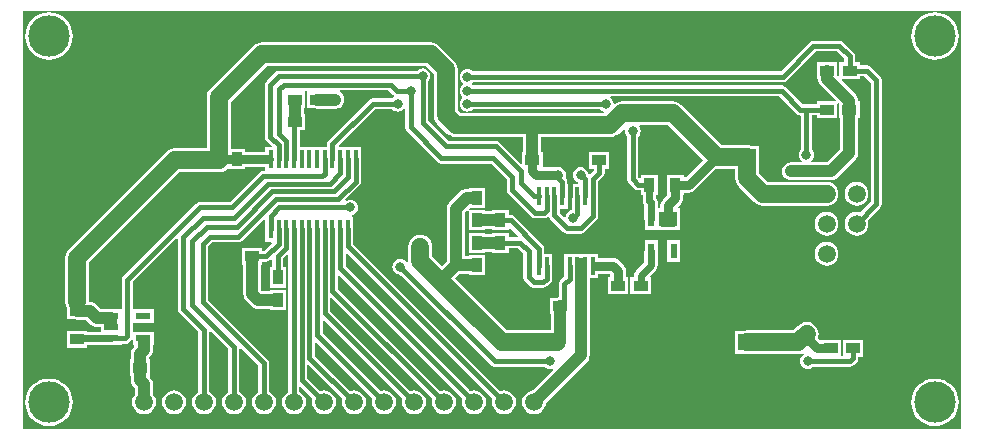
<source format=gtl>
G04 Layer_Physical_Order=1*
G04 Layer_Color=255*
%FSLAX25Y25*%
%MOIN*%
G70*
G01*
G75*
%ADD10R,0.05906X0.05512*%
%ADD11R,0.04724X0.03543*%
%ADD12R,0.03543X0.04724*%
%ADD13R,0.02362X0.05118*%
%ADD14R,0.01772X0.06299*%
%ADD15R,0.05118X0.02362*%
%ADD16C,0.03937*%
%ADD17C,0.05906*%
%ADD18C,0.03150*%
%ADD19C,0.01575*%
%ADD20C,0.02362*%
%ADD21R,0.05118X0.04724*%
%ADD22R,0.03937X0.05906*%
%ADD23R,0.03445X0.05413*%
%ADD24R,0.07382X0.08366*%
%ADD25C,0.13780*%
%ADD26R,0.05906X0.05906*%
%ADD27C,0.05906*%
%ADD28R,0.05906X0.05906*%
%ADD29C,0.03150*%
G36*
X313740Y1220D02*
X1220D01*
Y140512D01*
X313740D01*
Y1220D01*
D02*
G37*
%LPC*%
G36*
X220094Y63992D02*
X215732D01*
Y56874D01*
X220094D01*
Y63992D01*
D02*
G37*
G36*
X268917Y63475D02*
X267885Y63339D01*
X266924Y62941D01*
X266098Y62307D01*
X265465Y61482D01*
X265066Y60520D01*
X264931Y59488D01*
X265066Y58456D01*
X265465Y57495D01*
X266098Y56669D01*
X266924Y56036D01*
X267885Y55637D01*
X268917Y55501D01*
X269949Y55637D01*
X270911Y56036D01*
X271737Y56669D01*
X272370Y57495D01*
X272768Y58456D01*
X272904Y59488D01*
X272768Y60520D01*
X272370Y61482D01*
X271737Y62307D01*
X270911Y62941D01*
X269949Y63339D01*
X268917Y63475D01*
D02*
G37*
G36*
Y73475D02*
X267885Y73339D01*
X266924Y72941D01*
X266098Y72307D01*
X265465Y71482D01*
X265066Y70520D01*
X264931Y69488D01*
X265066Y68456D01*
X265465Y67495D01*
X266098Y66669D01*
X266924Y66035D01*
X267885Y65637D01*
X268917Y65501D01*
X269949Y65637D01*
X270911Y66035D01*
X271737Y66669D01*
X272370Y67495D01*
X272768Y68456D01*
X272904Y69488D01*
X272768Y70520D01*
X272370Y71482D01*
X271737Y72307D01*
X270911Y72941D01*
X269949Y73339D01*
X268917Y73475D01*
D02*
G37*
G36*
X155134Y81496D02*
X149591D01*
Y81128D01*
X149000D01*
X148225Y81026D01*
X147802Y80851D01*
X147503Y80727D01*
X146883Y80251D01*
X143158Y76527D01*
X142683Y75906D01*
X142384Y75184D01*
X142281Y74410D01*
Y56965D01*
X140753Y55436D01*
X137451Y58738D01*
Y61811D01*
X137316Y62843D01*
X136917Y63804D01*
X136284Y64630D01*
X135458Y65264D01*
X134496Y65662D01*
X133465Y65798D01*
X132433Y65662D01*
X131471Y65264D01*
X130645Y64630D01*
X130012Y63804D01*
X129614Y62843D01*
X129478Y61811D01*
Y57087D01*
X129478Y57087D01*
X129568Y56402D01*
X129081Y56272D01*
X129021Y56417D01*
X128608Y56954D01*
X128070Y57367D01*
X127444Y57627D01*
X126772Y57715D01*
X126100Y57627D01*
X125473Y57367D01*
X124935Y56954D01*
X124523Y56417D01*
X124263Y55790D01*
X124175Y55118D01*
X124263Y54446D01*
X124523Y53820D01*
X124935Y53282D01*
X125473Y52869D01*
X126100Y52610D01*
X126772Y52521D01*
X126789Y52523D01*
X156979Y22333D01*
X156979Y22333D01*
X157570Y21938D01*
X158268Y21800D01*
X158268Y21800D01*
X174925D01*
X174935Y21786D01*
X175473Y21373D01*
X176100Y21113D01*
X176772Y21025D01*
X177444Y21113D01*
X177706Y21222D01*
X177989Y20798D01*
X171109Y13918D01*
X170362Y13819D01*
X169400Y13421D01*
X168575Y12788D01*
X167941Y11962D01*
X167543Y11000D01*
X167407Y9968D01*
X167543Y8937D01*
X167941Y7975D01*
X168575Y7149D01*
X169400Y6516D01*
X170362Y6117D01*
X171394Y5982D01*
X172426Y6117D01*
X173387Y6516D01*
X174213Y7149D01*
X174846Y7975D01*
X175245Y8937D01*
X175343Y9684D01*
X189125Y23465D01*
X189601Y24086D01*
X189725Y24385D01*
X189900Y24808D01*
X190002Y25583D01*
Y51264D01*
X192831D01*
Y52816D01*
X196660D01*
X196828Y52649D01*
Y51591D01*
X196063D01*
Y46047D01*
X202787D01*
Y51591D01*
X202022D01*
Y53724D01*
X201934Y54397D01*
X201674Y55023D01*
X201262Y55561D01*
X199573Y57250D01*
X199035Y57662D01*
X198408Y57922D01*
X197736Y58010D01*
X192831D01*
Y59563D01*
X181382D01*
Y51774D01*
X180207Y50600D01*
X179812Y50008D01*
X179674Y49311D01*
X179674Y49311D01*
Y45059D01*
X179359Y45018D01*
X179068Y44898D01*
X176772D01*
Y39354D01*
X177140D01*
Y33908D01*
X162281D01*
X144987Y51202D01*
X146516Y52730D01*
X149591D01*
Y52362D01*
X155134D01*
Y59087D01*
X149591D01*
Y58719D01*
X148270D01*
Y73169D01*
X149091Y73990D01*
X149591Y73783D01*
X149591Y73612D01*
Y67291D01*
X155134D01*
Y67691D01*
X157465D01*
Y67323D01*
X163008D01*
Y68014D01*
X163470Y68205D01*
X166185Y65489D01*
X165994Y65027D01*
X163008D01*
Y66535D01*
X157465D01*
Y66167D01*
X155134D01*
Y66567D01*
X149591D01*
Y59843D01*
X155134D01*
Y60179D01*
X157465D01*
Y59811D01*
X163008D01*
Y61382D01*
X165962D01*
X167863Y59481D01*
Y51575D01*
X167863Y51575D01*
X168001Y50877D01*
X168396Y50286D01*
X169971Y48711D01*
X169971Y48711D01*
X170562Y48316D01*
X171260Y48178D01*
X171260Y48178D01*
X174409D01*
X174409Y48178D01*
X175107Y48316D01*
X175698Y48711D01*
X176879Y49893D01*
X176879Y49893D01*
X177274Y50484D01*
X177413Y51181D01*
Y51264D01*
X177476D01*
Y59563D01*
X174854D01*
Y61220D01*
X174854Y61220D01*
X174715Y61918D01*
X174320Y62509D01*
X174320Y62509D01*
X164887Y71942D01*
X164296Y72337D01*
X163599Y72476D01*
X163599Y72476D01*
X163008D01*
Y74047D01*
X157465D01*
Y73679D01*
X155134D01*
Y74016D01*
X150033D01*
X149990Y74068D01*
X149810Y74510D01*
X150013Y74772D01*
X155134D01*
Y81496D01*
D02*
G37*
G36*
X212614Y63992D02*
X208252D01*
Y60648D01*
X208209Y60433D01*
Y56630D01*
X205333Y53754D01*
X204851Y53032D01*
X204682Y52181D01*
X204682Y52181D01*
Y51591D01*
X203543D01*
Y46047D01*
X210268D01*
Y51591D01*
X210113D01*
X209922Y52052D01*
X212005Y54136D01*
X212005Y54136D01*
X212488Y54858D01*
X212657Y55709D01*
X212657Y55709D01*
Y60433D01*
X212614Y60648D01*
Y63992D01*
D02*
G37*
G36*
X305016Y17897D02*
X303469Y17744D01*
X301982Y17293D01*
X300611Y16560D01*
X299410Y15574D01*
X298424Y14373D01*
X297691Y13002D01*
X297240Y11515D01*
X297088Y9968D01*
X297240Y8422D01*
X297691Y6935D01*
X298424Y5564D01*
X299410Y4363D01*
X300611Y3377D01*
X301982Y2644D01*
X303469Y2193D01*
X305016Y2041D01*
X306562Y2193D01*
X308050Y2644D01*
X309420Y3377D01*
X310622Y4363D01*
X311608Y5564D01*
X312340Y6935D01*
X312791Y8422D01*
X312944Y9968D01*
X312791Y11515D01*
X312340Y13002D01*
X311608Y14373D01*
X310622Y15574D01*
X309420Y16560D01*
X308050Y17293D01*
X306562Y17744D01*
X305016Y17897D01*
D02*
G37*
G36*
X9740D02*
X8194Y17744D01*
X6706Y17293D01*
X5336Y16560D01*
X4134Y15574D01*
X3148Y14373D01*
X2416Y13002D01*
X1964Y11515D01*
X1812Y9968D01*
X1964Y8422D01*
X2416Y6935D01*
X3148Y5564D01*
X4134Y4363D01*
X5336Y3377D01*
X6706Y2644D01*
X8194Y2193D01*
X9740Y2041D01*
X11287Y2193D01*
X12774Y2644D01*
X14145Y3377D01*
X15346Y4363D01*
X16332Y5564D01*
X17065Y6935D01*
X17516Y8422D01*
X17668Y9968D01*
X17516Y11515D01*
X17065Y13002D01*
X16332Y14373D01*
X15346Y15574D01*
X14145Y16560D01*
X12774Y17293D01*
X11287Y17744D01*
X9740Y17897D01*
D02*
G37*
G36*
X262268Y36727D02*
X261236Y36591D01*
X260275Y36193D01*
X259449Y35559D01*
X257797Y33908D01*
X242520D01*
X241488Y33772D01*
X241258Y33677D01*
X238567D01*
Y30180D01*
X238533Y29921D01*
X238567Y29662D01*
Y26165D01*
X241258D01*
X241488Y26070D01*
X242520Y25934D01*
X259449D01*
X259449Y25934D01*
X260481Y26070D01*
X260983Y26278D01*
X261104Y26328D01*
X261300Y25871D01*
X261199Y25794D01*
X260762Y25458D01*
X260349Y24921D01*
X260090Y24294D01*
X260001Y23622D01*
X260090Y22950D01*
X260349Y22323D01*
X260762Y21786D01*
X261300Y21373D01*
X261926Y21113D01*
X262598Y21025D01*
X263271Y21113D01*
X263897Y21373D01*
X264435Y21786D01*
X264445Y21800D01*
X276772D01*
X276772Y21800D01*
X277469Y21938D01*
X278060Y22333D01*
X279029Y23302D01*
X279029Y23302D01*
X279424Y23893D01*
X279563Y24590D01*
X279563Y24591D01*
Y25181D01*
X281102D01*
Y30724D01*
X274378D01*
Y25444D01*
X273622D01*
Y30724D01*
X266898D01*
X266898Y30724D01*
Y30724D01*
X266898Y30724D01*
X266471Y30902D01*
X265986Y31387D01*
X266119Y31708D01*
X266255Y32740D01*
X266119Y33772D01*
X265721Y34734D01*
X265087Y35559D01*
X264261Y36193D01*
X263300Y36591D01*
X262268Y36727D01*
D02*
G37*
G36*
X51394Y13955D02*
X50362Y13819D01*
X49400Y13421D01*
X48575Y12788D01*
X47941Y11962D01*
X47543Y11000D01*
X47407Y9968D01*
X47543Y8937D01*
X47941Y7975D01*
X48575Y7149D01*
X49400Y6516D01*
X50362Y6117D01*
X51394Y5982D01*
X52426Y6117D01*
X53387Y6516D01*
X54213Y7149D01*
X54847Y7975D01*
X55245Y8937D01*
X55381Y9968D01*
X55245Y11000D01*
X54847Y11962D01*
X54213Y12788D01*
X53387Y13421D01*
X52426Y13819D01*
X51394Y13955D01*
D02*
G37*
G36*
X305016Y139944D02*
X303469Y139791D01*
X301982Y139340D01*
X300611Y138608D01*
X299410Y137622D01*
X298424Y136420D01*
X297691Y135050D01*
X297240Y133562D01*
X297088Y132016D01*
X297240Y130469D01*
X297691Y128982D01*
X298424Y127611D01*
X299410Y126410D01*
X300611Y125424D01*
X301982Y124691D01*
X303469Y124240D01*
X305016Y124088D01*
X306562Y124240D01*
X308050Y124691D01*
X309420Y125424D01*
X310622Y126410D01*
X311608Y127611D01*
X312340Y128982D01*
X312791Y130469D01*
X312944Y132016D01*
X312791Y133562D01*
X312340Y135050D01*
X311608Y136420D01*
X310622Y137622D01*
X309420Y138608D01*
X308050Y139340D01*
X306562Y139791D01*
X305016Y139944D01*
D02*
G37*
G36*
X9740D02*
X8194Y139791D01*
X6706Y139340D01*
X5336Y138608D01*
X4134Y137622D01*
X3148Y136420D01*
X2416Y135050D01*
X1964Y133562D01*
X1812Y132016D01*
X1964Y130469D01*
X2416Y128982D01*
X3148Y127611D01*
X4134Y126410D01*
X5336Y125424D01*
X6706Y124691D01*
X8194Y124240D01*
X9740Y124088D01*
X11287Y124240D01*
X12774Y124691D01*
X14145Y125424D01*
X15346Y126410D01*
X16332Y127611D01*
X17065Y128982D01*
X17516Y130469D01*
X17668Y132016D01*
X17516Y133562D01*
X17065Y135050D01*
X16332Y136420D01*
X15346Y137622D01*
X14145Y138608D01*
X12774Y139340D01*
X11287Y139791D01*
X9740Y139944D01*
D02*
G37*
G36*
X278917Y83475D02*
X277885Y83339D01*
X276924Y82941D01*
X276098Y82307D01*
X275465Y81482D01*
X275066Y80520D01*
X274931Y79488D01*
X275066Y78456D01*
X275465Y77495D01*
X276098Y76669D01*
X276924Y76035D01*
X277885Y75637D01*
X278917Y75501D01*
X279949Y75637D01*
X280911Y76035D01*
X281736Y76669D01*
X282370Y77495D01*
X282768Y78456D01*
X282904Y79488D01*
X282768Y80520D01*
X282370Y81482D01*
X281736Y82307D01*
X280911Y82941D01*
X279949Y83339D01*
X278917Y83475D01*
D02*
G37*
G36*
X273228Y130563D02*
X273228Y130563D01*
X264567D01*
X264567Y130563D01*
X263870Y130424D01*
X263278Y130029D01*
X263278Y130029D01*
X253576Y120326D01*
X151060D01*
X151049Y120340D01*
X150511Y120753D01*
X149885Y121012D01*
X149213Y121101D01*
X148540Y121012D01*
X147914Y120753D01*
X147376Y120340D01*
X146964Y119802D01*
X146704Y119176D01*
X146616Y118504D01*
X146704Y117832D01*
X146964Y117205D01*
X147376Y116668D01*
X147671Y116442D01*
Y115842D01*
X147376Y115616D01*
X146964Y115078D01*
X146704Y114452D01*
X146616Y113779D01*
X146704Y113107D01*
X146964Y112481D01*
X147376Y111943D01*
X147479Y111864D01*
Y111364D01*
X147376Y111285D01*
X146964Y110747D01*
X146704Y110121D01*
X146616Y109449D01*
X146704Y108777D01*
X146964Y108150D01*
X147376Y107612D01*
X147914Y107200D01*
X148540Y106940D01*
X149213Y106852D01*
X149885Y106940D01*
X150511Y107200D01*
X151049Y107612D01*
X151060Y107626D01*
X193429D01*
X193439Y107612D01*
X193977Y107200D01*
X194516Y106977D01*
X194666Y106687D01*
X194731Y106419D01*
X194681Y106349D01*
X146927D01*
X145916Y107360D01*
Y121063D01*
X145780Y122095D01*
X145382Y123056D01*
X144748Y123882D01*
X144748Y123882D01*
X139827Y128803D01*
X139001Y129437D01*
X138040Y129835D01*
X137008Y129971D01*
X137008Y129971D01*
X80709D01*
X80709Y129971D01*
X79677Y129835D01*
X78715Y129437D01*
X77890Y128803D01*
X77890Y128803D01*
X63519Y114433D01*
X62886Y113608D01*
X62488Y112646D01*
X62352Y111614D01*
X62352Y111614D01*
Y94636D01*
X51575D01*
X51575Y94636D01*
X50543Y94501D01*
X49581Y94102D01*
X48756Y93469D01*
X16315Y61028D01*
X15681Y60202D01*
X15283Y59241D01*
X15147Y58209D01*
X15147Y58209D01*
Y43406D01*
X15283Y42374D01*
X15681Y41412D01*
X15772Y41294D01*
Y37721D01*
X18068D01*
X18359Y37600D01*
X19134Y37498D01*
X22138D01*
X23761Y35875D01*
X24381Y35399D01*
X25103Y35100D01*
X25878Y34998D01*
X27004D01*
Y33476D01*
X22465D01*
Y33764D01*
X15740D01*
Y28220D01*
X22465D01*
Y29028D01*
X30563D01*
X30778Y29071D01*
X34122D01*
Y29430D01*
X34992D01*
X34992Y29430D01*
X35689Y29568D01*
X36281Y29963D01*
X37115Y30798D01*
X37134Y30826D01*
X37634Y30674D01*
Y29071D01*
X38015D01*
X38222Y28571D01*
X37985Y28334D01*
X37509Y27714D01*
X37210Y26992D01*
X37108Y26217D01*
Y24264D01*
X36740D01*
Y18721D01*
X37108D01*
Y17268D01*
X37210Y16493D01*
X37509Y15771D01*
X37985Y15151D01*
X38400Y14736D01*
Y12560D01*
X37941Y11962D01*
X37543Y11000D01*
X37407Y9968D01*
X37543Y8937D01*
X37941Y7975D01*
X38575Y7149D01*
X39400Y6516D01*
X40362Y6117D01*
X41394Y5982D01*
X42426Y6117D01*
X43387Y6516D01*
X44213Y7149D01*
X44846Y7975D01*
X45245Y8937D01*
X45381Y9968D01*
X45245Y11000D01*
X44846Y11962D01*
X44388Y12560D01*
Y15976D01*
X44286Y16751D01*
X43987Y17473D01*
X43511Y18093D01*
X43384Y18221D01*
X43465Y18721D01*
X43465D01*
Y24264D01*
X43097D01*
Y24976D01*
X43495Y25375D01*
X43971Y25995D01*
X44095Y26294D01*
X44270Y26717D01*
X44372Y27492D01*
Y29071D01*
X44752D01*
Y33433D01*
X41782D01*
X41378Y33486D01*
X40974Y33433D01*
X37649D01*
Y36551D01*
X44752D01*
Y40913D01*
X37649D01*
Y50033D01*
X52205Y64588D01*
X52705Y64381D01*
Y40945D01*
X52705Y40945D01*
X52844Y40247D01*
X53239Y39656D01*
X59571Y33324D01*
Y13492D01*
X59400Y13421D01*
X58575Y12788D01*
X57941Y11962D01*
X57543Y11000D01*
X57407Y9968D01*
X57543Y8937D01*
X57941Y7975D01*
X58575Y7149D01*
X59400Y6516D01*
X60362Y6117D01*
X61394Y5982D01*
X62426Y6117D01*
X63387Y6516D01*
X64213Y7149D01*
X64846Y7975D01*
X65245Y8937D01*
X65381Y9968D01*
X65245Y11000D01*
X64846Y11962D01*
X64213Y12788D01*
X63387Y13421D01*
X63216Y13492D01*
Y33401D01*
X63716Y33608D01*
X69571Y27753D01*
Y13492D01*
X69400Y13421D01*
X68575Y12788D01*
X67941Y11962D01*
X67543Y11000D01*
X67407Y9968D01*
X67543Y8937D01*
X67941Y7975D01*
X68575Y7149D01*
X69400Y6516D01*
X70362Y6117D01*
X71394Y5982D01*
X72426Y6117D01*
X73387Y6516D01*
X74213Y7149D01*
X74847Y7975D01*
X75245Y8937D01*
X75381Y9968D01*
X75245Y11000D01*
X74847Y11962D01*
X74213Y12788D01*
X73387Y13421D01*
X73216Y13492D01*
Y27830D01*
X73716Y28037D01*
X79571Y22182D01*
Y13492D01*
X79400Y13421D01*
X78575Y12788D01*
X77941Y11962D01*
X77543Y11000D01*
X77407Y9968D01*
X77543Y8937D01*
X77941Y7975D01*
X78575Y7149D01*
X79400Y6516D01*
X80362Y6117D01*
X81394Y5982D01*
X82426Y6117D01*
X83387Y6516D01*
X84213Y7149D01*
X84847Y7975D01*
X85245Y8937D01*
X85381Y9968D01*
X85245Y11000D01*
X84847Y11962D01*
X84213Y12788D01*
X83387Y13421D01*
X83216Y13492D01*
Y22937D01*
X83216Y22937D01*
X83077Y23634D01*
X82682Y24226D01*
X82682Y24226D01*
X62748Y44160D01*
Y61844D01*
X64141Y63237D01*
X72736D01*
X72736Y63237D01*
X73434Y63375D01*
X74025Y63770D01*
X81412Y71157D01*
X81874Y70966D01*
Y63567D01*
X83762D01*
X83953Y63105D01*
X81339Y60491D01*
X80839Y60500D01*
Y61433D01*
X74114D01*
Y55890D01*
X74482D01*
Y46047D01*
X74584Y45272D01*
X74883Y44550D01*
X75359Y43930D01*
X76328Y42962D01*
X76328Y42962D01*
X77296Y41993D01*
X77916Y41517D01*
X78638Y41218D01*
X79413Y41116D01*
X83252D01*
Y40748D01*
X88795D01*
Y47473D01*
X83252D01*
Y47104D01*
X80654D01*
X80562Y47196D01*
X80562Y47196D01*
X80471Y47287D01*
Y55890D01*
X80839D01*
Y56839D01*
X82086D01*
X82086Y56839D01*
X82784Y56978D01*
X83375Y57373D01*
X83739Y57737D01*
X84201Y57545D01*
Y54953D01*
X83252D01*
Y48228D01*
X88795D01*
Y54953D01*
X87846D01*
Y57906D01*
X89109Y59170D01*
X89571Y58978D01*
Y13492D01*
X89400Y13421D01*
X88575Y12788D01*
X87941Y11962D01*
X87543Y11000D01*
X87407Y9968D01*
X87543Y8937D01*
X87941Y7975D01*
X88575Y7149D01*
X89400Y6516D01*
X90362Y6117D01*
X91394Y5982D01*
X92426Y6117D01*
X93387Y6516D01*
X94213Y7149D01*
X94846Y7975D01*
X95245Y8937D01*
X95381Y9968D01*
X95245Y11000D01*
X94846Y11962D01*
X94213Y12788D01*
X93387Y13421D01*
X93216Y13492D01*
Y14916D01*
X93678Y15107D01*
X97614Y11171D01*
X97543Y11000D01*
X97407Y9968D01*
X97543Y8937D01*
X97941Y7975D01*
X98575Y7149D01*
X99400Y6516D01*
X100362Y6117D01*
X101394Y5982D01*
X102426Y6117D01*
X103387Y6516D01*
X104213Y7149D01*
X104847Y7975D01*
X105245Y8937D01*
X105381Y9968D01*
X105245Y11000D01*
X104847Y11962D01*
X104213Y12788D01*
X103387Y13421D01*
X102426Y13819D01*
X101394Y13955D01*
X100362Y13819D01*
X100191Y13749D01*
X95819Y18121D01*
Y22313D01*
X96280Y22504D01*
X107614Y11171D01*
X107543Y11000D01*
X107407Y9968D01*
X107543Y8937D01*
X107941Y7975D01*
X108575Y7149D01*
X109400Y6516D01*
X110362Y6117D01*
X111394Y5982D01*
X112426Y6117D01*
X113387Y6516D01*
X114213Y7149D01*
X114847Y7975D01*
X115245Y8937D01*
X115381Y9968D01*
X115245Y11000D01*
X114847Y11962D01*
X114213Y12788D01*
X113387Y13421D01*
X112426Y13819D01*
X111394Y13955D01*
X110362Y13819D01*
X110191Y13749D01*
X98378Y25562D01*
Y29754D01*
X98839Y29945D01*
X117614Y11171D01*
X117543Y11000D01*
X117407Y9968D01*
X117543Y8937D01*
X117941Y7975D01*
X118575Y7149D01*
X119400Y6516D01*
X120362Y6117D01*
X121394Y5982D01*
X122426Y6117D01*
X123387Y6516D01*
X124213Y7149D01*
X124846Y7975D01*
X125245Y8937D01*
X125381Y9968D01*
X125245Y11000D01*
X124846Y11962D01*
X124213Y12788D01*
X123387Y13421D01*
X122426Y13819D01*
X121394Y13955D01*
X120362Y13819D01*
X120191Y13749D01*
X100937Y33003D01*
Y37195D01*
X101399Y37386D01*
X127614Y11171D01*
X127543Y11000D01*
X127407Y9968D01*
X127543Y8937D01*
X127941Y7975D01*
X128575Y7149D01*
X129400Y6516D01*
X130362Y6117D01*
X131394Y5982D01*
X132426Y6117D01*
X133387Y6516D01*
X134213Y7149D01*
X134846Y7975D01*
X135245Y8937D01*
X135381Y9968D01*
X135245Y11000D01*
X134846Y11962D01*
X134213Y12788D01*
X133387Y13421D01*
X132426Y13819D01*
X131394Y13955D01*
X130362Y13819D01*
X130191Y13749D01*
X103496Y40444D01*
Y44636D01*
X103957Y44827D01*
X137614Y11171D01*
X137543Y11000D01*
X137407Y9968D01*
X137543Y8937D01*
X137941Y7975D01*
X138575Y7149D01*
X139400Y6516D01*
X140362Y6117D01*
X141394Y5982D01*
X142426Y6117D01*
X143387Y6516D01*
X144213Y7149D01*
X144846Y7975D01*
X145245Y8937D01*
X145381Y9968D01*
X145245Y11000D01*
X144846Y11962D01*
X144213Y12788D01*
X143387Y13421D01*
X142426Y13819D01*
X141394Y13955D01*
X140362Y13819D01*
X140191Y13749D01*
X106055Y47885D01*
Y52077D01*
X106517Y52268D01*
X147614Y11171D01*
X147543Y11000D01*
X147407Y9968D01*
X147543Y8937D01*
X147941Y7975D01*
X148575Y7149D01*
X149400Y6516D01*
X150362Y6117D01*
X151394Y5982D01*
X152426Y6117D01*
X153387Y6516D01*
X154213Y7149D01*
X154847Y7975D01*
X155245Y8937D01*
X155381Y9968D01*
X155245Y11000D01*
X154847Y11962D01*
X154213Y12788D01*
X153387Y13421D01*
X152426Y13819D01*
X151394Y13955D01*
X150362Y13819D01*
X150191Y13749D01*
X108614Y55326D01*
Y59518D01*
X109076Y59709D01*
X157614Y11171D01*
X157543Y11000D01*
X157407Y9968D01*
X157543Y8937D01*
X157941Y7975D01*
X158575Y7149D01*
X159400Y6516D01*
X160362Y6117D01*
X161394Y5982D01*
X162426Y6117D01*
X163387Y6516D01*
X164213Y7149D01*
X164847Y7975D01*
X165245Y8937D01*
X165381Y9968D01*
X165245Y11000D01*
X164847Y11962D01*
X164213Y12788D01*
X163387Y13421D01*
X162426Y13819D01*
X161394Y13955D01*
X160362Y13819D01*
X160191Y13749D01*
X111173Y62767D01*
Y63567D01*
X111236D01*
Y71866D01*
X110737D01*
X110704Y72366D01*
X110908Y72393D01*
X111535Y72653D01*
X112073Y73065D01*
X112485Y73603D01*
X112745Y74229D01*
X112833Y74902D01*
X112745Y75574D01*
X112485Y76200D01*
X112073Y76738D01*
X111535Y77151D01*
X110908Y77410D01*
X110236Y77499D01*
X109564Y77410D01*
X108938Y77151D01*
X108731Y76992D01*
X108646Y77015D01*
X108496Y77573D01*
X113198Y82275D01*
X113593Y82866D01*
X113732Y83563D01*
X113732Y83563D01*
Y86795D01*
X113795D01*
Y95095D01*
X106548D01*
X106341Y95595D01*
X118373Y107626D01*
X124137D01*
X124148Y107612D01*
X124686Y107200D01*
X125312Y106940D01*
X125984Y106852D01*
X126656Y106940D01*
X127283Y107200D01*
X127821Y107612D01*
X127992Y107836D01*
X128492Y107667D01*
Y101575D01*
X128492Y101575D01*
X128631Y100877D01*
X129026Y100286D01*
X139262Y90050D01*
X139262Y90050D01*
X139854Y89655D01*
X140551Y89516D01*
X140551Y89516D01*
X157119D01*
X162351Y84285D01*
Y80709D01*
X162351Y80709D01*
X162489Y80011D01*
X162885Y79420D01*
X170365Y71940D01*
X170365Y71940D01*
X170956Y71545D01*
X171653Y71406D01*
X171654Y71406D01*
X174803D01*
X174803Y71406D01*
X175501Y71545D01*
X175920Y71825D01*
X176435Y71671D01*
X176481Y71622D01*
X176861Y71054D01*
X181192Y66723D01*
X181192Y66723D01*
X181783Y66328D01*
X182480Y66189D01*
X186909D01*
X186909Y66189D01*
X187607Y66328D01*
X188198Y66723D01*
X192234Y70759D01*
X192234Y70759D01*
X192629Y71350D01*
X192767Y72047D01*
X192767Y72047D01*
Y74492D01*
X192831D01*
Y82791D01*
X192767D01*
Y83596D01*
X194383Y85211D01*
X194383Y85211D01*
X194778Y85803D01*
X194917Y86500D01*
Y87878D01*
X196457D01*
Y93421D01*
X189732D01*
Y87878D01*
X191272D01*
Y87255D01*
X189980Y85963D01*
X189452Y86142D01*
X189418Y86401D01*
X189158Y87027D01*
X188746Y87565D01*
X188208Y87977D01*
X187582Y88237D01*
X186909Y88325D01*
X186237Y88237D01*
X185611Y87977D01*
X185073Y87565D01*
X184660Y87027D01*
X184401Y86401D01*
X184312Y85728D01*
X184401Y85056D01*
X184660Y84430D01*
X185073Y83892D01*
X185611Y83479D01*
X186065Y83291D01*
X185965Y82791D01*
X183941D01*
Y74492D01*
X184004D01*
Y73995D01*
X183777Y73965D01*
X183150Y73706D01*
X182612Y73293D01*
X182200Y72755D01*
X181940Y72129D01*
X181906Y71870D01*
X181378Y71691D01*
X179972Y73097D01*
Y74492D01*
X182594D01*
Y82791D01*
X182531D01*
Y83465D01*
X182531Y83465D01*
X182392Y84162D01*
X181997Y84753D01*
X181997Y84753D01*
X181936Y84815D01*
X182036Y85056D01*
X182125Y85728D01*
X182036Y86401D01*
X181777Y87027D01*
X181364Y87565D01*
X180826Y87977D01*
X180200Y88237D01*
X179528Y88325D01*
X174244D01*
Y93421D01*
X173876D01*
Y98375D01*
X196850D01*
X196850Y98375D01*
X197882Y98511D01*
X198844Y98909D01*
X199670Y99543D01*
X201360Y101234D01*
X201603Y101145D01*
X201811Y100977D01*
X201734Y100394D01*
X201822Y99721D01*
X202082Y99095D01*
X202494Y98557D01*
X202508Y98547D01*
Y84252D01*
X202508Y84252D01*
X202647Y83555D01*
X203042Y82963D01*
X204798Y81208D01*
X204798Y81207D01*
X205389Y80812D01*
X206087Y80674D01*
X207071D01*
Y79134D01*
X207619D01*
Y77165D01*
X207619Y77165D01*
X207788Y76314D01*
X208209Y75684D01*
Y71063D01*
X208252Y70848D01*
Y67504D01*
X213287D01*
X213386Y67484D01*
X218504D01*
X218603Y67504D01*
X220094D01*
Y74622D01*
X219499D01*
X219308Y75084D01*
X220340Y76116D01*
X220753Y76654D01*
X221012Y77281D01*
X221101Y77953D01*
Y79102D01*
X221276D01*
Y79868D01*
X223016D01*
X223688Y79956D01*
X224314Y80215D01*
X224852Y80628D01*
X232006Y87782D01*
X232283Y87745D01*
X232284Y87745D01*
X238533Y87745D01*
Y84646D01*
X238533Y84646D01*
X238669Y83614D01*
X239067Y82652D01*
X239701Y81827D01*
X244858Y76669D01*
X244858Y76669D01*
X245684Y76035D01*
X246645Y75637D01*
X247677Y75501D01*
X247677Y75501D01*
X268917D01*
X269949Y75637D01*
X270911Y76035D01*
X271737Y76669D01*
X272370Y77495D01*
X272768Y78456D01*
X272904Y79488D01*
X272768Y80520D01*
X272370Y81482D01*
X271737Y82307D01*
X270911Y82941D01*
X269949Y83339D01*
X268917Y83475D01*
X249329D01*
X246507Y86297D01*
Y91732D01*
X246472Y91991D01*
Y95488D01*
X243781D01*
X243552Y95583D01*
X242520Y95719D01*
X233935Y95719D01*
X220536Y109118D01*
X220536Y109118D01*
X219710Y109752D01*
X218748Y110150D01*
X217717Y110286D01*
X217716Y110286D01*
X200787D01*
X199756Y110150D01*
X198794Y109752D01*
X198359Y109418D01*
X198300Y109422D01*
X197845Y109654D01*
X197784Y110121D01*
X197525Y110747D01*
X197112Y111285D01*
X196888Y111457D01*
X197058Y111957D01*
X253182D01*
X258948Y106192D01*
X258948Y106192D01*
X259539Y105797D01*
X260236Y105658D01*
X260382Y105200D01*
Y94367D01*
X260368Y94356D01*
X259956Y93818D01*
X259696Y93192D01*
X259608Y92520D01*
X259696Y91847D01*
X259956Y91221D01*
X260368Y90683D01*
X260605Y90502D01*
X260435Y90002D01*
X257087D01*
X256312Y89900D01*
X255590Y89601D01*
X254970Y89125D01*
X254494Y88505D01*
X254194Y87783D01*
X254093Y87008D01*
X254194Y86233D01*
X254494Y85511D01*
X254970Y84891D01*
X255590Y84415D01*
X256312Y84116D01*
X257087Y84014D01*
X270472D01*
X271247Y84116D01*
X271970Y84415D01*
X272590Y84891D01*
X278676Y90977D01*
X279152Y91597D01*
X279276Y91896D01*
X279451Y92320D01*
X279553Y93094D01*
Y104709D01*
X279921D01*
Y110252D01*
X279553D01*
Y110449D01*
X279451Y111224D01*
X279152Y111946D01*
X278676Y112566D01*
X274003Y117239D01*
X274195Y117701D01*
X279953D01*
Y118650D01*
X281529D01*
X283611Y116568D01*
Y76759D01*
X280120Y73268D01*
X279949Y73339D01*
X278917Y73475D01*
X277885Y73339D01*
X276924Y72941D01*
X276098Y72307D01*
X275465Y71482D01*
X275066Y70520D01*
X274931Y69488D01*
X275066Y68456D01*
X275465Y67495D01*
X276098Y66669D01*
X276924Y66035D01*
X277885Y65637D01*
X278917Y65501D01*
X279949Y65637D01*
X280911Y66035D01*
X281736Y66669D01*
X282370Y67495D01*
X282768Y68456D01*
X282904Y69488D01*
X282768Y70520D01*
X282698Y70691D01*
X286722Y74715D01*
X286722Y74715D01*
X287117Y75306D01*
X287256Y76004D01*
X287256Y76004D01*
Y117323D01*
X287256Y117323D01*
X287117Y118020D01*
X286722Y118612D01*
X286722Y118612D01*
X283572Y121761D01*
X282981Y122156D01*
X282283Y122295D01*
X282283Y122295D01*
X279953D01*
Y123244D01*
X278413D01*
Y125378D01*
X278413Y125378D01*
X278274Y126075D01*
X277879Y126666D01*
X277879Y126666D01*
X274517Y130029D01*
X273926Y130424D01*
X273228Y130563D01*
D02*
G37*
%LPD*%
G36*
X274768Y124623D02*
Y123244D01*
X273228D01*
Y118821D01*
X272752Y118611D01*
X272472Y118835D01*
Y123244D01*
X270176D01*
X269885Y123364D01*
X269110Y123467D01*
X268335Y123364D01*
X268044Y123244D01*
X265748D01*
Y117701D01*
X266142D01*
X266218Y117123D01*
X266517Y116401D01*
X266993Y115780D01*
X272022Y110752D01*
X271814Y110252D01*
X265716D01*
Y109303D01*
X260991D01*
X255226Y115068D01*
X254634Y115463D01*
X253937Y115602D01*
X253937Y115602D01*
X151060D01*
X151049Y115616D01*
X150778Y115824D01*
X150765Y116317D01*
X151155Y116682D01*
X254331D01*
X254331Y116682D01*
X255028Y116820D01*
X255619Y117215D01*
X265322Y126918D01*
X272474D01*
X274768Y124623D01*
D02*
G37*
G36*
X124302Y112491D02*
X124302Y112491D01*
X124681Y112237D01*
X124685Y111846D01*
X124653Y111673D01*
X124148Y111285D01*
X124137Y111271D01*
X117618D01*
X116921Y111133D01*
X116330Y110738D01*
X116329Y110737D01*
X102944Y97352D01*
X102549Y96760D01*
X102410Y96063D01*
X102410Y96063D01*
Y95095D01*
X93259D01*
Y100673D01*
X95012D01*
Y106217D01*
X94612D01*
Y108055D01*
X94980D01*
Y113598D01*
X95345Y113926D01*
X95372D01*
X95736Y113598D01*
X95736Y113426D01*
Y108055D01*
X98033D01*
X98324Y107935D01*
X99098Y107833D01*
X105217D01*
X105991Y107935D01*
X106714Y108234D01*
X107334Y108710D01*
X107809Y109330D01*
X108109Y110052D01*
X108211Y110827D01*
X108109Y111602D01*
X107809Y112324D01*
X107334Y112944D01*
X106714Y113420D01*
X106700Y113426D01*
X106799Y113926D01*
X122867D01*
X124302Y112491D01*
D02*
G37*
G36*
X81874Y87059D02*
X81102D01*
X81102Y87059D01*
X80405Y86920D01*
X79814Y86525D01*
X79814Y86525D01*
X70013Y76724D01*
X59941D01*
X59941Y76724D01*
X59244Y76585D01*
X58652Y76190D01*
X58652Y76190D01*
X34538Y52076D01*
X34143Y51485D01*
X34004Y50787D01*
X34004Y50787D01*
Y40913D01*
X31116D01*
X30563Y40986D01*
X27118D01*
X25495Y42609D01*
X24875Y43085D01*
X24153Y43384D01*
X23378Y43486D01*
X23121D01*
Y56557D01*
X53226Y86663D01*
X66339D01*
X67370Y86799D01*
X68332Y87197D01*
X68972Y87688D01*
X69472Y87599D01*
Y87599D01*
X69472Y87599D01*
X75016D01*
Y88348D01*
X81874D01*
Y87059D01*
D02*
G37*
G36*
X227628Y90750D02*
X221940Y85062D01*
X221276D01*
Y85827D01*
X215732D01*
Y79102D01*
X215732Y79102D01*
X215732D01*
X215732Y79102D01*
X215554Y78676D01*
X214305Y77427D01*
X213893Y76889D01*
X213633Y76263D01*
X213545Y75591D01*
Y74622D01*
X212657D01*
Y76575D01*
X212657Y76575D01*
X212488Y77426D01*
X212066Y78056D01*
Y79134D01*
X212614D01*
Y85858D01*
X207071D01*
Y84796D01*
X206571Y84589D01*
X206153Y85007D01*
Y98547D01*
X206167Y98557D01*
X206580Y99095D01*
X206839Y99721D01*
X206928Y100394D01*
X206839Y101066D01*
X206580Y101692D01*
X206488Y101812D01*
X206734Y102312D01*
X216065D01*
X227628Y90750D01*
D02*
G37*
G36*
X273197Y109435D02*
Y104709D01*
X273565D01*
Y94335D01*
X269232Y90002D01*
X263974D01*
X263805Y90502D01*
X264041Y90683D01*
X264454Y91221D01*
X264713Y91847D01*
X264802Y92520D01*
X264713Y93192D01*
X264454Y93818D01*
X264041Y94356D01*
X264027Y94367D01*
Y105658D01*
X265716D01*
Y104709D01*
X272441D01*
Y109416D01*
X272936Y109638D01*
X273197Y109435D01*
D02*
G37*
G36*
X137942Y119412D02*
Y105709D01*
X137942Y105709D01*
X138078Y104677D01*
X138476Y103715D01*
X139110Y102890D01*
X142456Y99543D01*
X143282Y98909D01*
X144244Y98511D01*
X145276Y98375D01*
X145276Y98375D01*
X167888D01*
Y93421D01*
X167520D01*
Y89648D01*
X167058Y89457D01*
X159950Y96564D01*
X159359Y96959D01*
X158661Y97098D01*
X158661Y97098D01*
X142881D01*
X136074Y103904D01*
Y116854D01*
X136088Y116864D01*
X136501Y117402D01*
X136760Y118029D01*
X136849Y118701D01*
X136760Y119373D01*
X136501Y119999D01*
X136088Y120537D01*
X135550Y120950D01*
X134924Y121209D01*
X134252Y121298D01*
X133580Y121209D01*
X132954Y120950D01*
X132416Y120537D01*
X132405Y120523D01*
X86516D01*
X86516Y120523D01*
X85818Y120385D01*
X85227Y119989D01*
X85227Y119989D01*
X82274Y117037D01*
X81879Y116446D01*
X81741Y115748D01*
X81741Y115748D01*
Y98524D01*
X81741Y98524D01*
X81879Y97826D01*
X82274Y97235D01*
X83953Y95556D01*
X83762Y95095D01*
X81874D01*
Y93542D01*
X75016D01*
Y94323D01*
X70325D01*
Y109963D01*
X82360Y121997D01*
X135356D01*
X137942Y119412D01*
D02*
G37*
D10*
X242520Y29921D02*
D03*
Y37795D02*
D03*
Y91732D02*
D03*
Y99606D02*
D03*
D11*
X276591Y120472D02*
D03*
X269110D02*
D03*
X269079Y107480D02*
D03*
X276559D02*
D03*
X270260Y27953D02*
D03*
X277740D02*
D03*
X206906Y48819D02*
D03*
X199425D02*
D03*
X180134Y42126D02*
D03*
X172653D02*
D03*
X99130Y103445D02*
D03*
X91650D02*
D03*
X91618Y110827D02*
D03*
X99098D02*
D03*
X77476Y58661D02*
D03*
X69996D02*
D03*
X178362Y90650D02*
D03*
X170882D02*
D03*
X185614D02*
D03*
X193095D02*
D03*
X32622Y21492D02*
D03*
X40102D02*
D03*
X11622Y30992D02*
D03*
X19102D02*
D03*
X19134Y40492D02*
D03*
X11654D02*
D03*
D12*
X218504Y82464D02*
D03*
Y89945D02*
D03*
X209842Y89977D02*
D03*
Y82496D02*
D03*
X152362Y63205D02*
D03*
Y55724D02*
D03*
X160236Y55693D02*
D03*
Y63173D02*
D03*
X152362Y70653D02*
D03*
Y78134D02*
D03*
X160236Y78165D02*
D03*
Y70685D02*
D03*
X72244Y90961D02*
D03*
Y83480D02*
D03*
X86024Y51591D02*
D03*
Y44110D02*
D03*
D13*
X210433Y60433D02*
D03*
X214173D02*
D03*
X217913D02*
D03*
Y71063D02*
D03*
X214173D02*
D03*
X210433D02*
D03*
D14*
X190945Y78642D02*
D03*
X188386D02*
D03*
X185827D02*
D03*
X183268D02*
D03*
X180709D02*
D03*
X178150D02*
D03*
X175591D02*
D03*
X173032D02*
D03*
X190945Y55413D02*
D03*
X188386D02*
D03*
X185827D02*
D03*
X183268D02*
D03*
X180709D02*
D03*
X178150D02*
D03*
X175591D02*
D03*
X173032D02*
D03*
X111909Y90945D02*
D03*
X109350D02*
D03*
X106791D02*
D03*
X104232D02*
D03*
X101673D02*
D03*
X99114D02*
D03*
X96555D02*
D03*
X93996D02*
D03*
X91437D02*
D03*
X88878D02*
D03*
X86319D02*
D03*
X83760D02*
D03*
X111909Y67716D02*
D03*
X109350D02*
D03*
X106791D02*
D03*
X104232D02*
D03*
X101673D02*
D03*
X99114D02*
D03*
X96555D02*
D03*
X93996D02*
D03*
X91437D02*
D03*
X88878D02*
D03*
X86319D02*
D03*
X83760D02*
D03*
D15*
X41193Y31252D02*
D03*
Y34992D02*
D03*
Y38732D02*
D03*
X30563D02*
D03*
Y34992D02*
D03*
Y31252D02*
D03*
D16*
X78445Y45079D02*
X79413Y44110D01*
X77476Y46047D02*
X78445Y45079D01*
X257087Y87008D02*
X270472D01*
X276559Y93094D01*
Y107480D01*
Y110449D01*
X269110Y117898D02*
X276559Y110449D01*
X269110Y117898D02*
Y120472D01*
X170882Y90650D02*
Y101953D01*
X140339Y50787D02*
X145276Y55724D01*
X151575D01*
X145276D02*
Y74410D01*
X149000Y78134D01*
X180134Y29921D02*
Y42126D01*
X149000Y78134D02*
X151575D01*
X183268Y90650D02*
X185614D01*
X181988D02*
X183268D01*
X178362D02*
X181988D01*
X181102Y91535D02*
Y95669D01*
Y91535D02*
X181988Y90650D01*
X153150Y63173D02*
X159055D01*
X153150Y70685D02*
X159055D01*
X187008Y25583D02*
Y55512D01*
X171394Y9968D02*
X187008Y25583D01*
X99098Y110827D02*
X105217D01*
X77476Y46047D02*
Y57004D01*
X79413Y44110D02*
X85039D01*
X99130Y103445D02*
X105217D01*
X91618Y103626D02*
Y109843D01*
X19134Y40492D02*
X23378D01*
X65354Y83268D02*
X65567Y83480D01*
X71260D01*
X69784Y50787D02*
X69996Y51000D01*
Y57677D01*
X49559Y34992D02*
X49606Y35039D01*
X32622Y17236D02*
Y21492D01*
X31394Y16008D02*
X32622Y17236D01*
X31394Y9968D02*
Y16008D01*
X40102Y17268D02*
Y21492D01*
Y17268D02*
X41394Y15976D01*
Y9968D02*
Y15976D01*
X40102Y21492D02*
Y26217D01*
X41378Y27492D01*
Y30492D01*
X30563Y35992D02*
Y37992D01*
X11654Y24716D02*
X14878Y21492D01*
X32622D01*
X23378Y40492D02*
X25878Y37992D01*
X11654Y24716D02*
Y40492D01*
X25878Y37992D02*
X30563D01*
D17*
X133465Y57087D02*
Y61811D01*
X259449Y29921D02*
X262268Y32740D01*
X242520Y100394D02*
Y104724D01*
Y51181D02*
X276378D01*
X218504D02*
X242520D01*
Y37795D02*
Y51181D01*
Y29921D02*
X259449D01*
X247677Y79488D02*
X268917D01*
X242520Y84646D02*
X247677Y79488D01*
X242520Y84646D02*
Y91732D01*
X232283Y91732D02*
X242520Y91732D01*
X217717Y106299D02*
X232283Y91732D01*
X200787Y106299D02*
X217717D01*
X145276Y102362D02*
X196850D01*
X141929Y105709D02*
X145276Y102362D01*
X141929Y105709D02*
Y121063D01*
X196850Y102362D02*
X200787Y106299D01*
X137008Y125984D02*
X141929Y121063D01*
X80709Y125984D02*
X137008D01*
X276378Y51181D02*
X278917Y53720D01*
Y59488D01*
X133465Y57087D02*
X160630Y29921D01*
X179134D01*
X66339Y111614D02*
X80709Y125984D01*
X66339Y90650D02*
Y111614D01*
X51575Y90650D02*
X66339D01*
X19134Y58209D02*
X51575Y90650D01*
X19134Y43406D02*
Y58209D01*
D18*
X262598Y31102D02*
X265748Y27953D01*
X223016Y82464D02*
X232283Y91732D01*
X265748Y27953D02*
X270260D01*
X218504Y82464D02*
X223016D01*
X199425Y48819D02*
Y53724D01*
X197736Y55413D02*
X199425Y53724D01*
X191732Y55413D02*
X197736D01*
X218504Y77953D02*
Y82464D01*
X216142Y75591D02*
X218504Y77953D01*
X216142Y70866D02*
Y75591D01*
X172146Y85728D02*
X179528D01*
X170882Y86992D02*
X172146Y85728D01*
X170882Y86992D02*
Y89665D01*
X72244Y90945D02*
X83071D01*
X66339Y90650D02*
X66650Y90961D01*
X72244D01*
D19*
X149213Y118504D02*
X254331D01*
X264567Y128740D01*
X285433Y76004D02*
Y117323D01*
X282283Y120472D02*
X285433Y117323D01*
X276591Y120472D02*
X282283D01*
X278917Y69488D02*
X285433Y76004D01*
X262205Y92520D02*
Y107480D01*
X269079D01*
X260236D02*
X262205D01*
X157874Y91339D02*
X164173Y85039D01*
X140551Y91339D02*
X157874D01*
X130315Y101575D02*
X140551Y91339D01*
X158661Y95276D02*
X166929Y87008D01*
X142126Y95276D02*
X158661D01*
X134252Y103150D02*
X142126Y95276D01*
X130315Y101575D02*
Y113779D01*
X134252Y103150D02*
Y118701D01*
X117618Y109449D02*
X125984D01*
X149213D02*
X195276D01*
X276591Y120472D02*
Y125378D01*
X273228Y128740D02*
X276591Y125378D01*
X264567Y128740D02*
X273228D01*
X253937Y113779D02*
X260236Y107480D01*
X149213Y113779D02*
X253937D01*
X166929Y83071D02*
Y87008D01*
X86516Y118701D02*
X134252D01*
X83563Y115748D02*
X86516Y118701D01*
X164173Y80709D02*
Y85039D01*
X125591Y113779D02*
X130315D01*
X123622Y115748D02*
X125591Y113779D01*
X87992Y115748D02*
X123622D01*
X262598Y23622D02*
X276772D01*
X277740Y24590D01*
Y27953D01*
X204331Y84252D02*
Y100394D01*
X180709Y78642D02*
Y83465D01*
X179528Y84646D02*
X180709Y83465D01*
X179528Y84646D02*
Y85728D01*
X158268Y23622D02*
X176772D01*
X126772Y55118D02*
X158268Y23622D01*
X206087Y82496D02*
X209842D01*
X204331Y84252D02*
X206087Y82496D01*
X104232Y96063D02*
X117618Y109449D01*
X183268Y78642D02*
Y90650D01*
X166929Y83071D02*
X171358Y78642D01*
X173032D01*
X164173Y80709D02*
X171653Y73228D01*
X174803D01*
X175591Y74016D01*
Y78642D01*
X179528Y57087D02*
Y58874D01*
X160236Y78165D02*
X179528Y58874D01*
X181496Y42126D02*
Y49311D01*
X173032Y55413D02*
Y61220D01*
X163599Y70653D02*
X173032Y61220D01*
X160236Y70653D02*
X163599D01*
X179134Y50787D02*
Y55512D01*
X166717Y63205D02*
X169685Y60236D01*
Y51575D02*
Y60236D01*
Y51575D02*
X171260Y50000D01*
X174409D01*
X160236Y63205D02*
X166717D01*
X172653Y42126D02*
Y45488D01*
X174016Y46850D01*
X176772D01*
X177953Y48031D01*
Y49606D01*
X179134Y50787D01*
X174409Y50000D02*
X175591Y51181D01*
Y55413D01*
X181496Y49311D02*
X183268Y51083D01*
Y55413D01*
X190945Y72047D02*
Y78642D01*
X186909Y68012D02*
X190945Y72047D01*
X182480Y68012D02*
X186909D01*
X178150Y72342D02*
X182480Y68012D01*
X178150Y72342D02*
Y78642D01*
X184449Y71457D02*
X185827Y72835D01*
Y78642D01*
X186909Y85728D02*
X188386Y84252D01*
Y78642D02*
Y84252D01*
X193095Y86500D02*
Y90650D01*
X190945Y84351D02*
X193095Y86500D01*
X190945Y78642D02*
Y84351D01*
X83563Y98524D02*
Y115748D01*
Y98524D02*
X86319Y95768D01*
X86516Y114272D02*
X87992Y115748D01*
X86516Y99508D02*
Y114272D01*
X104232Y90945D02*
Y96063D01*
X106201Y77854D02*
X111909Y83563D01*
X85532Y77854D02*
X106201D01*
X72736Y65059D02*
X85532Y77854D01*
X86516Y74902D02*
X110236D01*
X83760Y72146D02*
X86516Y74902D01*
X83760Y67716D02*
Y72146D01*
X63386Y65059D02*
X72736D01*
X84055Y80315D02*
X104724D01*
X72244Y68504D02*
X84055Y80315D01*
X62402Y68504D02*
X72244D01*
X82579Y82776D02*
X103248D01*
X71260Y71457D02*
X82579Y82776D01*
X60925Y71457D02*
X71260D01*
X81102Y85236D02*
X100787D01*
X70768Y74902D02*
X81102Y85236D01*
X59941Y74902D02*
X70768D01*
X35827Y50787D02*
X59941Y74902D01*
X54528Y65059D02*
X60925Y71457D01*
X57480Y63583D02*
X62402Y68504D01*
X60925Y62598D02*
X63386Y65059D01*
X79134Y58661D02*
X82086D01*
X91437Y90945D02*
Y103445D01*
X35827Y32087D02*
Y50787D01*
X34992Y31252D02*
X35827Y32087D01*
X30563Y31252D02*
X34992D01*
X61394Y9968D02*
Y34079D01*
X54528Y40945D02*
X61394Y34079D01*
X54528Y40945D02*
Y65059D01*
X71394Y9968D02*
Y28508D01*
X57480Y42421D02*
X71394Y28508D01*
X57480Y42421D02*
Y63583D01*
X60925Y43406D02*
Y62598D01*
Y43406D02*
X81394Y22937D01*
Y9968D02*
Y22937D01*
X111909Y83563D02*
Y90945D01*
X104724Y80315D02*
X109350Y84941D01*
Y90945D01*
X103248Y82776D02*
X106791Y86319D01*
Y90945D01*
X100787Y85236D02*
X101673Y86122D01*
Y90945D01*
X86516Y99508D02*
X88878Y97146D01*
Y90945D02*
Y97146D01*
X86319Y90945D02*
Y95768D01*
X88878Y61516D02*
Y67716D01*
X86024Y58661D02*
X88878Y61516D01*
X86024Y51591D02*
Y58661D01*
X82086D02*
X86319Y62894D01*
Y67716D01*
X109350Y62012D02*
X161394Y9968D01*
X109350Y62012D02*
Y67716D01*
X106791Y54571D02*
X151394Y9968D01*
X106791Y54571D02*
Y67716D01*
X104232Y47130D02*
X141394Y9968D01*
X104232Y47130D02*
Y67716D01*
X101673Y39689D02*
X131394Y9968D01*
X101673Y39689D02*
Y67716D01*
X99114Y32248D02*
X121394Y9968D01*
X99114Y32248D02*
Y67716D01*
X96555Y24807D02*
X111394Y9968D01*
X96555Y24807D02*
Y67716D01*
X93996Y17366D02*
X101394Y9968D01*
X93996Y17366D02*
Y67716D01*
X91394Y9968D02*
Y67716D01*
Y9968D02*
Y67716D01*
D20*
X210433Y55709D02*
Y60433D01*
X206906Y52181D02*
X210433Y55709D01*
X206906Y48819D02*
Y52181D01*
X214173Y55512D02*
X218504Y51181D01*
X214173Y55512D02*
Y60433D01*
Y89945D02*
X218504D01*
X209874D02*
X214173D01*
X209842Y89977D02*
X209874Y89945D01*
X210433Y71063D02*
Y76575D01*
X209842Y77165D02*
X210433Y76575D01*
X209842Y77165D02*
Y82496D01*
X160236Y78165D02*
Y83071D01*
X167717Y42126D02*
X172653D01*
X160236Y49606D02*
X167717Y42126D01*
X160236Y49606D02*
Y55693D01*
X31394Y6008D02*
Y9968D01*
X176150Y4724D02*
X181394Y9968D01*
X32677Y4724D02*
X176150D01*
X31394Y6008D02*
X32677Y4724D01*
X41193Y34992D02*
X49559D01*
X19102Y31252D02*
X30563D01*
D21*
X215945Y70866D02*
D03*
D22*
X179527Y55216D02*
D03*
D23*
X187155Y55463D02*
D03*
D24*
X114813Y66782D02*
D03*
D25*
X9740Y9968D02*
D03*
X305016D02*
D03*
X9740Y132016D02*
D03*
X305016D02*
D03*
D26*
X31394Y9968D02*
D03*
D27*
X41394D02*
D03*
X51394D02*
D03*
X61394D02*
D03*
X71394D02*
D03*
X81394D02*
D03*
X91394D02*
D03*
X101394D02*
D03*
X111394D02*
D03*
X121394D02*
D03*
X131394D02*
D03*
X141394D02*
D03*
X151394D02*
D03*
X161394D02*
D03*
X171394D02*
D03*
X181394D02*
D03*
X268917Y59488D02*
D03*
X278917Y69488D02*
D03*
X268917D02*
D03*
X278917Y79488D02*
D03*
X268917D02*
D03*
D28*
X278917Y59488D02*
D03*
D29*
X82226Y44110D02*
D03*
X78445Y45079D02*
D03*
X133465Y61811D02*
D03*
X175197Y29921D02*
D03*
X262268Y32740D02*
D03*
X261417Y115354D02*
D03*
X268898Y99213D02*
D03*
X38583Y64567D02*
D03*
X18504Y87008D02*
D03*
X26772Y106299D02*
D03*
X44882Y127165D02*
D03*
X107874Y135433D02*
D03*
X161417Y130709D02*
D03*
X200000Y130315D02*
D03*
X232283D02*
D03*
X298425Y112205D02*
D03*
X300394Y91339D02*
D03*
X299606Y50394D02*
D03*
X296457Y31102D02*
D03*
X261811Y11811D02*
D03*
X233858Y12205D02*
D03*
X205512Y13386D02*
D03*
X219685Y40157D02*
D03*
X233858Y64961D02*
D03*
X232283Y76772D02*
D03*
X251969Y50787D02*
D03*
X237008Y51181D02*
D03*
X222047Y53937D02*
D03*
X213779Y51575D02*
D03*
X251575Y90945D02*
D03*
X230315Y106693D02*
D03*
X252362Y97638D02*
D03*
X250787Y106693D02*
D03*
X236221Y101181D02*
D03*
X209449Y95669D02*
D03*
X218504D02*
D03*
X214173D02*
D03*
X164567Y96063D02*
D03*
X185827Y95669D02*
D03*
X199606D02*
D03*
X198425Y84646D02*
D03*
X199606Y77165D02*
D03*
X202756Y59842D02*
D03*
X190157Y64173D02*
D03*
X172835Y68898D02*
D03*
X177559Y66929D02*
D03*
X179134Y61811D02*
D03*
X155905Y45669D02*
D03*
X167323Y46850D02*
D03*
X163386Y39370D02*
D03*
X127559Y86221D02*
D03*
Y94095D02*
D03*
X143701Y84646D02*
D03*
X156299Y85827D02*
D03*
X100394Y98819D02*
D03*
X65354Y78740D02*
D03*
X60236Y79528D02*
D03*
X59449Y84252D02*
D03*
X120866Y64567D02*
D03*
X118898Y60236D02*
D03*
X68898Y45669D02*
D03*
X66142Y53937D02*
D03*
X49606Y29921D02*
D03*
Y39370D02*
D03*
X6693Y31102D02*
D03*
Y40551D02*
D03*
X11654Y35827D02*
D03*
X244488Y43701D02*
D03*
X240158D02*
D03*
X244094Y105512D02*
D03*
X240945D02*
D03*
X257087Y87008D02*
D03*
X262205Y92520D02*
D03*
X125984Y109449D02*
D03*
X149213D02*
D03*
X195276D02*
D03*
X204331Y100394D02*
D03*
X149213Y118504D02*
D03*
Y113779D02*
D03*
X134252Y118701D02*
D03*
X130315Y113779D02*
D03*
X262598Y23622D02*
D03*
X259449Y29921D02*
D03*
X126772Y55118D02*
D03*
X110236Y74902D02*
D03*
X176772Y23622D02*
D03*
X133465Y57087D02*
D03*
X179134Y29921D02*
D03*
X218504Y51181D02*
D03*
X214173Y89945D02*
D03*
X181102Y95669D02*
D03*
X160236Y49606D02*
D03*
Y83071D02*
D03*
X184449Y71457D02*
D03*
X179528Y85728D02*
D03*
X186909D02*
D03*
X105217Y110827D02*
D03*
Y103445D02*
D03*
X65354Y83268D02*
D03*
X69784Y50787D02*
D03*
X49606Y35039D02*
D03*
X116043Y65059D02*
D03*
Y68996D02*
D03*
M02*

</source>
